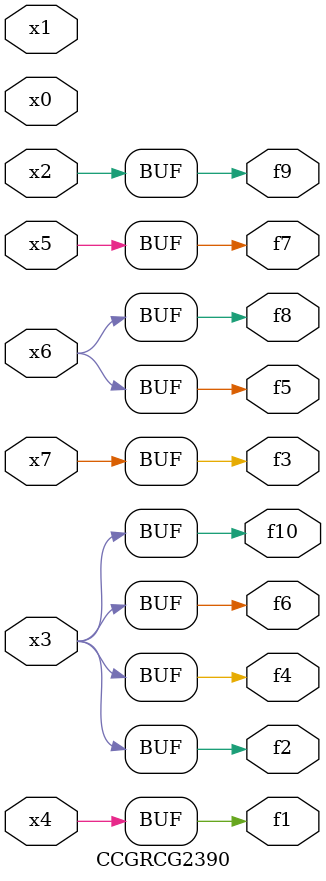
<source format=v>
module CCGRCG2390(
	input x0, x1, x2, x3, x4, x5, x6, x7,
	output f1, f2, f3, f4, f5, f6, f7, f8, f9, f10
);
	assign f1 = x4;
	assign f2 = x3;
	assign f3 = x7;
	assign f4 = x3;
	assign f5 = x6;
	assign f6 = x3;
	assign f7 = x5;
	assign f8 = x6;
	assign f9 = x2;
	assign f10 = x3;
endmodule

</source>
